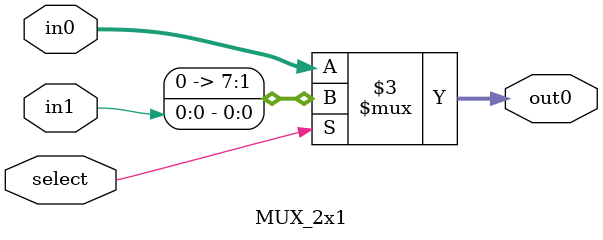
<source format=v>
`timescale 1ns / 1ps


module MUX_2x1(
input [7:0] in0, input in1, input select, output [7:0] out0
    );
    
    assign out0 = (select ==0) ? in0 : in1;
endmodule

</source>
